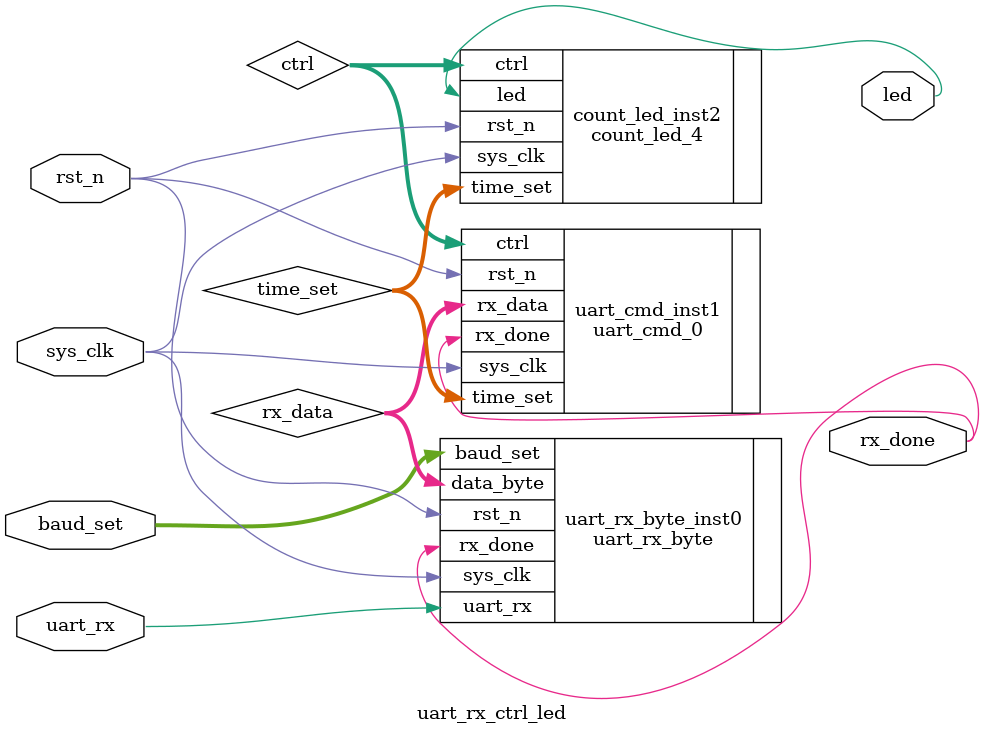
<source format=v>
`timescale 1ns / 1ps


module uart_rx_ctrl_led(
    input sys_clk,
    input rst_n,
    input [2:0] baud_set,
    input uart_rx,
    output led,
    output rx_done
    );
    wire [7:0] rx_data;
    //wire rx_done;
    wire [31:0] time_set;
    wire [7:0] ctrl;

    uart_rx_byte uart_rx_byte_inst0(
        .sys_clk(sys_clk),
        .rst_n(rst_n),
        .baud_set(baud_set),
        .uart_rx(uart_rx),
        .data_byte(rx_data),
        .rx_done(rx_done)
    );

    uart_cmd_0 uart_cmd_inst1(
        .sys_clk(sys_clk),
        .rst_n(rst_n),
        .rx_data(rx_data),
        .rx_done(rx_done),
        .time_set(time_set),
        .ctrl(ctrl)
    );

    count_led_4 count_led_inst2(
        .sys_clk(sys_clk),
        .rst_n(rst_n),
        .time_set(time_set),
        .ctrl(ctrl),
        .led(led)
    );
endmodule

</source>
